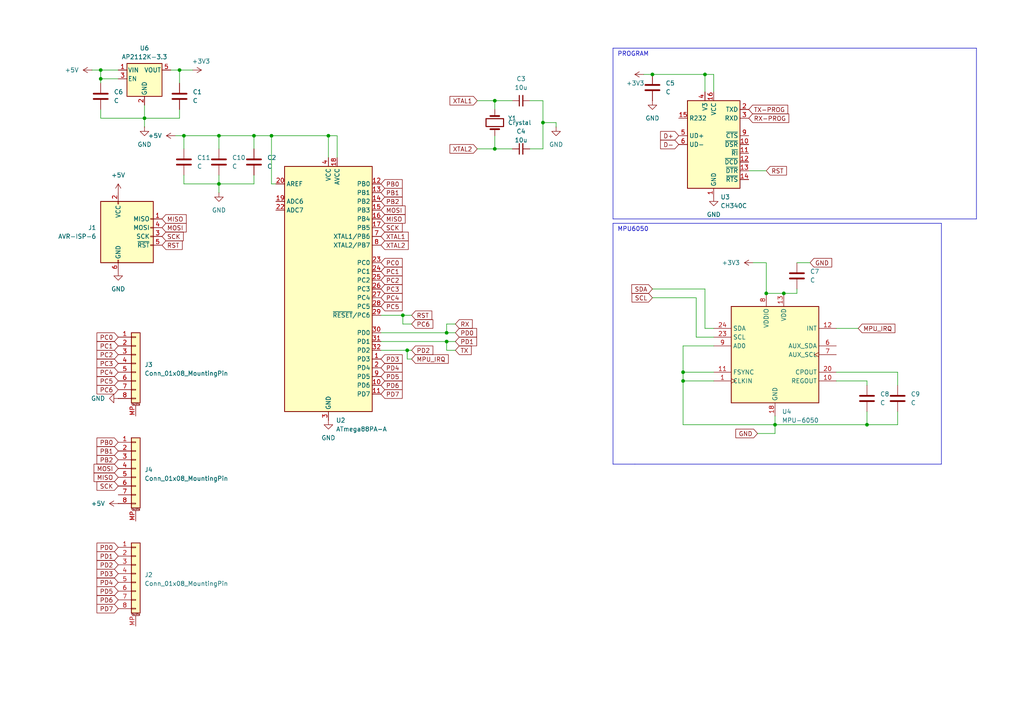
<source format=kicad_sch>
(kicad_sch (version 20231120) (generator "eeschema") (generator_version "8.0")
  (paper "A4")
  (lib_symbols
    (symbol "Connector:AVR-ISP-6" (pin_names (offset 1.016))
      (property "Reference" "J" (at -6.35 11.43 0))
      (property "Value" "AVR-ISP-6" (at 0 11.43 0))
      (symbol "AVR-ISP-6_0_1"
        (rectangle (start -2.667 -6.858) (end -2.413 -7.62))
        (rectangle (start -2.667 10.16) (end -2.413 9.398))
        (rectangle (start 7.62 -2.413) (end 6.858 -2.667))
        (rectangle (start 7.62 0.127) (end 6.858 -0.127))
        (rectangle (start 7.62 2.667) (end 6.858 2.413))
        (rectangle (start 7.62 5.207) (end 6.858 4.953))
        (rectangle (start 7.62 10.16) (end -7.62 -7.62) (stroke (width 0.254)) (fill (type background)))
      )
      (symbol "AVR-ISP-6_1_1"
        (pin passive line (at 10.16 5.08 180) (length 2.54) (name "MISO") (number "1"))
        (pin passive line (at -2.54 12.7 270) (length 2.54) (name "VCC") (number "2"))
        (pin passive line (at 10.16 0 180) (length 2.54) (name "SCK") (number "3"))
        (pin passive line (at 10.16 2.54 180) (length 2.54) (name "MOSI") (number "4"))
        (pin passive line (at 10.16 -2.54 180) (length 2.54) (name "~{RST}") (number "5"))
        (pin passive line (at -2.54 -10.16 90) (length 2.54) (name "GND") (number "6"))
      )
    )
    (symbol "Connector_Generic_MountingPin:Conn_01x08_MountingPin" (pin_names (offset 1.016) hide)
      (property "Reference" "J" (at 0 10.16 0))
      (property "Value" "Conn_01x08_MountingPin" (at 1.27 -12.7 0))
      (symbol "Conn_01x08_MountingPin_1_1"
        (rectangle (start -1.27 -10.033) (end 0 -10.287) (stroke (width 0.1524)))
        (rectangle (start -1.27 -7.493) (end 0 -7.747) (stroke (width 0.1524)))
        (rectangle (start -1.27 -4.953) (end 0 -5.207) (stroke (width 0.1524)))
        (rectangle (start -1.27 -2.413) (end 0 -2.667) (stroke (width 0.1524)))
        (rectangle (start -1.27 0.127) (end 0 -0.127) (stroke (width 0.1524)))
        (rectangle (start -1.27 2.667) (end 0 2.413) (stroke (width 0.1524)))
        (rectangle (start -1.27 5.207) (end 0 4.953) (stroke (width 0.1524)))
        (rectangle (start -1.27 7.747) (end 0 7.493) (stroke (width 0.1524)))
        (rectangle (start -1.27 8.89) (end 1.27 -11.43) (stroke (width 0.254)) (fill (type background)))
        (polyline (pts (xy -1.016 -12.192) (xy 1.016 -12.192)) (stroke (width 0.1524)))
        (text "Mounting" (at 0 -11.811 0) (effects (font (size 0.381 0.381))))
        (pin passive line (at -5.08 7.62 0) (length 3.81) (name "Pin_1") (number "1"))
        (pin passive line (at -5.08 5.08 0) (length 3.81) (name "Pin_2") (number "2"))
        (pin passive line (at -5.08 2.54 0) (length 3.81) (name "Pin_3") (number "3"))
        (pin passive line (at -5.08 0 0) (length 3.81) (name "Pin_4") (number "4"))
        (pin passive line (at -5.08 -2.54 0) (length 3.81) (name "Pin_5") (number "5"))
        (pin passive line (at -5.08 -5.08 0) (length 3.81) (name "Pin_6") (number "6"))
        (pin passive line (at -5.08 -7.62 0) (length 3.81) (name "Pin_7") (number "7"))
        (pin passive line (at -5.08 -10.16 0) (length 3.81) (name "Pin_8") (number "8"))
        (pin passive line (at 0 -15.24 90) (length 3.048) (name "MountPin") (number "MP"))
      )
    )
    (symbol "Device:C" (pin_numbers hide) (pin_names (offset 0.254))
      (property "Reference" "C" (at 0.635 2.54 0))
      (property "Value" "C" (at 0.635 -2.54 0))
      (symbol "C_0_1"
        (polyline (pts (xy -2.032 -0.762) (xy 2.032 -0.762)) (stroke (width 0.508)))
        (polyline (pts (xy -2.032 0.762) (xy 2.032 0.762)) (stroke (width 0.508)))
      )
      (symbol "C_1_1"
        (pin passive line (at 0 3.81 270) (length 2.794) (name "~") (number "1"))
        (pin passive line (at 0 -3.81 90) (length 2.794) (name "~") (number "2"))
      )
    )
    (symbol "Device:C_Small" (pin_numbers hide) (pin_names (offset 0.254) hide)
      (property "Reference" "C" (at 0.254 1.778 0))
      (property "Value" "C_Small" (at 0.254 -2.032 0))
      (symbol "C_Small_0_1"
        (polyline (pts (xy -1.524 -0.508) (xy 1.524 -0.508)) (stroke (width 0.3302)))
        (polyline (pts (xy -1.524 0.508) (xy 1.524 0.508)) (stroke (width 0.3048)))
      )
      (symbol "C_Small_1_1"
        (pin passive line (at 0 2.54 270) (length 2.032) (name "~") (number "1"))
        (pin passive line (at 0 -2.54 90) (length 2.032) (name "~") (number "2"))
      )
    )
    (symbol "Device:Crystal" (pin_numbers hide) (pin_names (offset 1.016) hide)
      (property "Reference" "Y" (at 0 3.81 0))
      (property "Value" "Crystal" (at 0 -3.81 0))
      (symbol "Crystal_0_1"
        (rectangle (start -1.143 2.54) (end 1.143 -2.54) (stroke (width 0.3048)))
        (polyline (pts (xy -2.54 0) (xy -1.905 0)))
        (polyline (pts (xy -1.905 -1.27) (xy -1.905 1.27)) (stroke (width 0.508)))
        (polyline (pts (xy 1.905 -1.27) (xy 1.905 1.27)) (stroke (width 0.508)))
        (polyline (pts (xy 2.54 0) (xy 1.905 0)))
      )
      (symbol "Crystal_1_1"
        (pin passive line (at -3.81 0 0) (length 1.27) (name "1") (number "1"))
        (pin passive line (at 3.81 0 180) (length 1.27) (name "2") (number "2"))
      )
    )
    (symbol "Interface_USB:CH340C"
      (property "Reference" "U" (at -5.08 13.97 0))
      (property "Value" "CH340C" (at 1.27 13.97 0))
      (symbol "CH340C_0_1"
        (rectangle (start -7.62 12.7) (end 7.62 -12.7) (stroke (width 0.254)) (fill (type background)))
      )
      (symbol "CH340C_1_1"
        (pin power_in line (at 0 -15.24 90) (length 2.54) (name "GND") (number "1"))
        (pin input line (at 10.16 0 180) (length 2.54) (name "~{DSR}") (number "10"))
        (pin input line (at 10.16 -2.54 180) (length 2.54) (name "~{RI}") (number "11"))
        (pin input line (at 10.16 -5.08 180) (length 2.54) (name "~{DCD}") (number "12"))
        (pin output line (at 10.16 -7.62 180) (length 2.54) (name "~{DTR}") (number "13"))
        (pin output line (at 10.16 -10.16 180) (length 2.54) (name "~{RTS}") (number "14"))
        (pin input line (at -10.16 7.62 0) (length 2.54) (name "R232") (number "15"))
        (pin power_in line (at 0 15.24 270) (length 2.54) (name "VCC") (number "16"))
        (pin output line (at 10.16 10.16 180) (length 2.54) (name "TXD") (number "2"))
        (pin input line (at 10.16 7.62 180) (length 2.54) (name "RXD") (number "3"))
        (pin passive line (at -2.54 15.24 270) (length 2.54) (name "V3") (number "4"))
        (pin bidirectional line (at -10.16 2.54 0) (length 2.54) (name "UD+") (number "5"))
        (pin bidirectional line (at -10.16 0 0) (length 2.54) (name "UD-") (number "6"))
        (pin no_connect line (at -7.62 -7.62 0) (length 2.54) hide (name "NC") (number "7"))
        (pin no_connect line (at -7.62 -10.16 0) (length 2.54) hide (name "NC") (number "8"))
        (pin input line (at 10.16 2.54 180) (length 2.54) (name "~{CTS}") (number "9"))
      )
    )
    (symbol "MCU_Microchip_ATmega:ATmega88PA-A"
      (property "Reference" "U" (at -12.7 36.83 0))
      (property "Value" "ATmega88PA-A" (at 2.54 -36.83 0))
      (symbol "ATmega88PA-A_0_1"
        (rectangle (start -12.7 -35.56) (end 12.7 35.56) (stroke (width 0.254)) (fill (type background)))
      )
      (symbol "ATmega88PA-A_1_1"
        (pin bidirectional line (at 15.24 -20.32 180) (length 2.54) (name "PD3") (number "1"))
        (pin bidirectional line (at 15.24 -27.94 180) (length 2.54) (name "PD6") (number "10"))
        (pin bidirectional line (at 15.24 -30.48 180) (length 2.54) (name "PD7") (number "11"))
        (pin bidirectional line (at 15.24 30.48 180) (length 2.54) (name "PB0") (number "12"))
        (pin bidirectional line (at 15.24 27.94 180) (length 2.54) (name "PB1") (number "13"))
        (pin bidirectional line (at 15.24 25.4 180) (length 2.54) (name "PB2") (number "14"))
        (pin bidirectional line (at 15.24 22.86 180) (length 2.54) (name "PB3") (number "15"))
        (pin bidirectional line (at 15.24 20.32 180) (length 2.54) (name "PB4") (number "16"))
        (pin bidirectional line (at 15.24 17.78 180) (length 2.54) (name "PB5") (number "17"))
        (pin power_in line (at 2.54 38.1 270) (length 2.54) (name "AVCC") (number "18"))
        (pin input line (at -15.24 25.4 0) (length 2.54) (name "ADC6") (number "19"))
        (pin bidirectional line (at 15.24 -22.86 180) (length 2.54) (name "PD4") (number "2"))
        (pin passive line (at -15.24 30.48 0) (length 2.54) (name "AREF") (number "20"))
        (pin passive line (at 0 -38.1 90) (length 2.54) hide (name "GND") (number "21"))
        (pin input line (at -15.24 22.86 0) (length 2.54) (name "ADC7") (number "22"))
        (pin bidirectional line (at 15.24 7.62 180) (length 2.54) (name "PC0") (number "23"))
        (pin bidirectional line (at 15.24 5.08 180) (length 2.54) (name "PC1") (number "24"))
        (pin bidirectional line (at 15.24 2.54 180) (length 2.54) (name "PC2") (number "25"))
        (pin bidirectional line (at 15.24 0 180) (length 2.54) (name "PC3") (number "26"))
        (pin bidirectional line (at 15.24 -2.54 180) (length 2.54) (name "PC4") (number "27"))
        (pin bidirectional line (at 15.24 -5.08 180) (length 2.54) (name "PC5") (number "28"))
        (pin bidirectional line (at 15.24 -7.62 180) (length 2.54) (name "~{RESET}/PC6") (number "29"))
        (pin power_in line (at 0 -38.1 90) (length 2.54) (name "GND") (number "3"))
        (pin bidirectional line (at 15.24 -12.7 180) (length 2.54) (name "PD0") (number "30"))
        (pin bidirectional line (at 15.24 -15.24 180) (length 2.54) (name "PD1") (number "31"))
        (pin bidirectional line (at 15.24 -17.78 180) (length 2.54) (name "PD2") (number "32"))
        (pin power_in line (at 0 38.1 270) (length 2.54) (name "VCC") (number "4"))
        (pin passive line (at 0 -38.1 90) (length 2.54) hide (name "GND") (number "5"))
        (pin passive line (at 0 38.1 270) (length 2.54) hide (name "VCC") (number "6"))
        (pin bidirectional line (at 15.24 15.24 180) (length 2.54) (name "XTAL1/PB6") (number "7"))
        (pin bidirectional line (at 15.24 12.7 180) (length 2.54) (name "XTAL2/PB7") (number "8"))
        (pin bidirectional line (at 15.24 -25.4 180) (length 2.54) (name "PD5") (number "9"))
      )
    )
    (symbol "Regulator_Linear:AP2112K-3.3" (pin_names (offset 0.254))
      (property "Reference" "U" (at -5.08 5.715 0))
      (property "Value" "AP2112K-3.3" (at 0 5.715 0))
      (symbol "AP2112K-3.3_0_1"
        (rectangle (start -5.08 4.445) (end 5.08 -5.08) (stroke (width 0.254)) (fill (type background)))
      )
      (symbol "AP2112K-3.3_1_1"
        (pin power_in line (at -7.62 2.54 0) (length 2.54) (name "VIN") (number "1"))
        (pin power_in line (at 0 -7.62 90) (length 2.54) (name "GND") (number "2"))
        (pin input line (at -7.62 0 0) (length 2.54) (name "EN") (number "3"))
        (pin no_connect line (at 5.08 0 180) (length 2.54) hide (name "NC") (number "4"))
        (pin power_out line (at 7.62 2.54 180) (length 2.54) (name "VOUT") (number "5"))
      )
    )
    (symbol "Sensor_Motion:MPU-6050"
      (property "Reference" "U" (at -11.43 13.97 0))
      (property "Value" "MPU-6050" (at 7.62 -15.24 0))
      (symbol "MPU-6050_0_0"
        (text "" (at 12.7 -2.54 0) (effects (font (size 1.27 1.27))))
      )
      (symbol "MPU-6050_0_1"
        (rectangle (start -12.7 13.97) (end 12.7 -13.97) (stroke (width 0.254)) (fill (type background)))
      )
      (symbol "MPU-6050_1_1"
        (pin input clock (at -17.78 -7.62 0) (length 5.08) (name "CLKIN") (number "1"))
        (pin passive line (at 17.78 -7.62 180) (length 5.08) (name "REGOUT") (number "10"))
        (pin input line (at -17.78 -5.08 0) (length 5.08) (name "FSYNC") (number "11"))
        (pin output line (at 17.78 7.62 180) (length 5.08) (name "INT") (number "12"))
        (pin power_in line (at 2.54 17.78 270) (length 3.81) (name "VDD") (number "13"))
        (pin no_connect line (at -12.7 -10.16 0) (length 2.54) hide (name "NC") (number "14"))
        (pin no_connect line (at 12.7 12.7 180) (length 2.54) hide (name "NC") (number "15"))
        (pin no_connect line (at 12.7 10.16 180) (length 2.54) hide (name "NC") (number "16"))
        (pin no_connect line (at 12.7 5.08 180) (length 2.54) hide (name "NC") (number "17"))
        (pin power_in line (at 0 -17.78 90) (length 3.81) (name "GND") (number "18"))
        (pin no_connect line (at 12.7 -10.16 180) (length 2.54) hide (name "NC") (number "19"))
        (pin no_connect line (at -12.7 12.7 0) (length 2.54) hide (name "NC") (number "2"))
        (pin passive line (at 17.78 -5.08 180) (length 5.08) (name "CPOUT") (number "20"))
        (pin no_connect line (at 12.7 -2.54 180) (length 2.54) hide (name "NC") (number "21"))
        (pin no_connect line (at 12.7 -12.7 180) (length 2.54) hide (name "NC") (number "22"))
        (pin input line (at -17.78 5.08 0) (length 5.08) (name "SCL") (number "23"))
        (pin bidirectional line (at -17.78 7.62 0) (length 5.08) (name "SDA") (number "24"))
        (pin no_connect line (at -12.7 10.16 0) (length 2.54) hide (name "NC") (number "3"))
        (pin no_connect line (at -12.7 0 0) (length 2.54) hide (name "NC") (number "4"))
        (pin no_connect line (at -12.7 -2.54 0) (length 2.54) hide (name "NC") (number "5"))
        (pin bidirectional line (at 17.78 2.54 180) (length 5.08) (name "AUX_SDA") (number "6"))
        (pin output clock (at 17.78 0 180) (length 5.08) (name "AUX_SCL") (number "7"))
        (pin power_in line (at -2.54 17.78 270) (length 3.81) (name "VDDIO") (number "8"))
        (pin input line (at -17.78 2.54 0) (length 5.08) (name "AD0") (number "9"))
      )
    )
    (symbol "power:+3V3" (power) (pin_names (offset 0))
      (property "Value" "+3V3" (at 0 3.556 0))
      (symbol "+3V3_0_1"
        (polyline (pts (xy -0.762 1.27) (xy 0 2.54)))
        (polyline (pts (xy 0 0) (xy 0 2.54)))
        (polyline (pts (xy 0 2.54) (xy 0.762 1.27)))
      )
      (symbol "+3V3_1_1"
        (pin power_in line (at 0 0 90) (length 0) hide (name "+3V3") (number "1"))
      )
    )
    (symbol "power:+5V" (power) (pin_numbers hide) (pin_names (offset 0) hide)
      (property "Value" "+5V" (at 0 3.556 0))
      (symbol "+5V_0_1"
        (polyline (pts (xy -0.762 1.27) (xy 0 2.54)))
        (polyline (pts (xy 0 0) (xy 0 2.54)))
        (polyline (pts (xy 0 2.54) (xy 0.762 1.27)))
      )
      (symbol "+5V_1_1"
        (pin power_in line (at 0 0 90) (length 0) (name "~") (number "1"))
      )
    )
    (symbol "power:GND" (power) (pin_numbers hide) (pin_names (offset 0) hide)
      (property "Value" "GND" (at 0 -3.81 0))
      (symbol "GND_0_1"
        (polyline (pts (xy 0 0) (xy 0 -1.27) (xy 1.27 -1.27) (xy 0 -2.54) (xy -1.27 -1.27) (xy 0 -1.27)))
      )
      (symbol "GND_1_1"
        (pin power_in line (at 0 0 270) (length 0) (name "~") (number "1"))
      )
    )
  )
  (junction (at 129.54 96.52))
  (junction (at 95.25 39.37))
  (junction (at 227.33 85.09))
  (junction (at 53.34 39.37))
  (junction (at 73.66 39.37))
  (junction (at 143.51 29.21))
  (junction (at 29.21 20.32))
  (junction (at 52.07 20.32))
  (junction (at 198.12 107.95))
  (junction (at 63.5 39.37))
  (junction (at 118.11 101.6))
  (junction (at 78.74 39.37))
  (junction (at 157.48 35.56))
  (junction (at 129.54 99.06))
  (junction (at 204.47 21.59))
  (junction (at 222.25 85.09))
  (junction (at 224.79 123.19))
  (junction (at 143.51 43.18))
  (junction (at 251.46 123.19))
  (junction (at 29.21 22.86))
  (junction (at 189.23 21.59))
  (junction (at 63.5 53.34))
  (junction (at 198.12 110.49))
  (junction (at 41.91 34.29))
  (junction (at 116.84 91.44))
  (wire (pts (xy 161.29 35.56) (xy 161.29 36.83)))
  (wire (pts (xy 231.14 76.2) (xy 234.95 76.2)))
  (wire (pts (xy 29.21 20.32) (xy 34.29 20.32)))
  (wire (pts (xy 219.71 125.73) (xy 224.79 125.73)))
  (wire (pts (xy 153.67 29.21) (xy 157.48 29.21)))
  (wire (pts (xy 189.23 83.82) (xy 204.47 83.82)))
  (wire (pts (xy 78.74 39.37) (xy 78.74 53.34)))
  (polyline (pts (xy 283.21 63.5) (xy 283.21 13.97)))
  (wire (pts (xy 198.12 110.49) (xy 207.01 110.49)))
  (polyline (pts (xy 273.05 134.62) (xy 273.05 64.77)))
  (wire (pts (xy 41.91 34.29) (xy 52.07 34.29)))
  (wire (pts (xy 95.25 39.37) (xy 97.79 39.37)))
  (wire (pts (xy 29.21 20.32) (xy 29.21 22.86)))
  (wire (pts (xy 157.48 35.56) (xy 161.29 35.56)))
  (wire (pts (xy 207.01 26.67) (xy 207.01 21.59)))
  (wire (pts (xy 242.57 110.49) (xy 251.46 110.49)))
  (wire (pts (xy 198.12 107.95) (xy 207.01 107.95)))
  (wire (pts (xy 198.12 107.95) (xy 198.12 110.49)))
  (polyline (pts (xy 177.8 64.77) (xy 177.8 134.62)))
  (wire (pts (xy 157.48 43.18) (xy 153.67 43.18)))
  (wire (pts (xy 138.43 43.18) (xy 143.51 43.18)))
  (wire (pts (xy 227.33 85.09) (xy 231.14 85.09)))
  (wire (pts (xy 49.53 20.32) (xy 52.07 20.32)))
  (wire (pts (xy 143.51 31.75) (xy 143.51 29.21)))
  (wire (pts (xy 116.84 91.44) (xy 116.84 93.98)))
  (wire (pts (xy 157.48 29.21) (xy 157.48 35.56)))
  (wire (pts (xy 52.07 20.32) (xy 52.07 24.13)))
  (wire (pts (xy 224.79 123.19) (xy 224.79 125.73)))
  (wire (pts (xy 207.01 97.79) (xy 201.93 97.79)))
  (polyline (pts (xy 273.05 64.77) (xy 177.8 64.77)))
  (wire (pts (xy 41.91 34.29) (xy 41.91 36.83)))
  (wire (pts (xy 204.47 95.25) (xy 207.01 95.25)))
  (wire (pts (xy 26.67 20.32) (xy 29.21 20.32)))
  (wire (pts (xy 222.25 85.09) (xy 227.33 85.09)))
  (wire (pts (xy 189.23 21.59) (xy 204.47 21.59)))
  (wire (pts (xy 201.93 97.79) (xy 201.93 86.36)))
  (polyline (pts (xy 177.8 13.97) (xy 177.8 63.5)))
  (wire (pts (xy 73.66 50.8) (xy 73.66 53.34)))
  (wire (pts (xy 118.11 104.14) (xy 119.38 104.14)))
  (wire (pts (xy 222.25 85.09) (xy 222.25 76.2)))
  (wire (pts (xy 118.11 101.6) (xy 110.49 101.6)))
  (wire (pts (xy 63.5 39.37) (xy 63.5 43.18)))
  (wire (pts (xy 207.01 100.33) (xy 198.12 100.33)))
  (wire (pts (xy 118.11 101.6) (xy 118.11 104.14)))
  (wire (pts (xy 132.08 99.06) (xy 129.54 99.06)))
  (wire (pts (xy 78.74 53.34) (xy 80.01 53.34)))
  (wire (pts (xy 50.8 39.37) (xy 53.34 39.37)))
  (wire (pts (xy 224.79 120.65) (xy 224.79 123.19)))
  (wire (pts (xy 53.34 39.37) (xy 53.34 43.18)))
  (wire (pts (xy 52.07 31.75) (xy 52.07 34.29)))
  (polyline (pts (xy 283.21 13.97) (xy 177.8 13.97)))
  (polyline (pts (xy 177.8 134.62) (xy 184.15 134.62)))
  (wire (pts (xy 129.54 99.06) (xy 110.49 99.06)))
  (wire (pts (xy 242.57 95.25) (xy 248.92 95.25)))
  (wire (pts (xy 129.54 99.06) (xy 129.54 101.6)))
  (wire (pts (xy 157.48 35.56) (xy 157.48 43.18)))
  (wire (pts (xy 97.79 39.37) (xy 97.79 45.72)))
  (wire (pts (xy 260.35 123.19) (xy 251.46 123.19)))
  (wire (pts (xy 231.14 85.09) (xy 231.14 83.82)))
  (wire (pts (xy 95.25 39.37) (xy 95.25 45.72)))
  (wire (pts (xy 29.21 22.86) (xy 29.21 24.13)))
  (wire (pts (xy 116.84 91.44) (xy 110.49 91.44)))
  (wire (pts (xy 129.54 101.6) (xy 132.08 101.6)))
  (wire (pts (xy 29.21 31.75) (xy 29.21 34.29)))
  (wire (pts (xy 63.5 53.34) (xy 73.66 53.34)))
  (polyline (pts (xy 177.8 63.5) (xy 283.21 63.5)))
  (wire (pts (xy 260.35 119.38) (xy 260.35 123.19)))
  (wire (pts (xy 218.44 76.2) (xy 222.25 76.2)))
  (wire (pts (xy 132.08 96.52) (xy 129.54 96.52)))
  (wire (pts (xy 217.17 49.53) (xy 222.25 49.53)))
  (wire (pts (xy 186.69 21.59) (xy 189.23 21.59)))
  (wire (pts (xy 29.21 34.29) (xy 41.91 34.29)))
  (wire (pts (xy 198.12 100.33) (xy 198.12 107.95)))
  (wire (pts (xy 53.34 50.8) (xy 53.34 53.34)))
  (wire (pts (xy 78.74 39.37) (xy 95.25 39.37)))
  (wire (pts (xy 242.57 107.95) (xy 260.35 107.95)))
  (wire (pts (xy 207.01 21.59) (xy 204.47 21.59)))
  (wire (pts (xy 198.12 123.19) (xy 224.79 123.19)))
  (wire (pts (xy 129.54 93.98) (xy 132.08 93.98)))
  (wire (pts (xy 189.23 86.36) (xy 201.93 86.36)))
  (wire (pts (xy 73.66 39.37) (xy 78.74 39.37)))
  (wire (pts (xy 148.59 43.18) (xy 143.51 43.18)))
  (wire (pts (xy 204.47 26.67) (xy 204.47 21.59)))
  (wire (pts (xy 63.5 50.8) (xy 63.5 53.34)))
  (wire (pts (xy 119.38 91.44) (xy 116.84 91.44)))
  (wire (pts (xy 143.51 43.18) (xy 143.51 39.37)))
  (wire (pts (xy 41.91 30.48) (xy 41.91 34.29)))
  (wire (pts (xy 53.34 39.37) (xy 63.5 39.37)))
  (wire (pts (xy 143.51 29.21) (xy 148.59 29.21)))
  (wire (pts (xy 73.66 39.37) (xy 73.66 43.18)))
  (wire (pts (xy 138.43 29.21) (xy 143.51 29.21)))
  (wire (pts (xy 198.12 110.49) (xy 198.12 123.19)))
  (wire (pts (xy 116.84 93.98) (xy 119.38 93.98)))
  (wire (pts (xy 129.54 96.52) (xy 110.49 96.52)))
  (wire (pts (xy 204.47 95.25) (xy 204.47 83.82)))
  (polyline (pts (xy 184.15 134.62) (xy 273.05 134.62)))
  (wire (pts (xy 119.38 101.6) (xy 118.11 101.6)))
  (wire (pts (xy 129.54 93.98) (xy 129.54 96.52)))
  (wire (pts (xy 63.5 39.37) (xy 73.66 39.37)))
  (wire (pts (xy 251.46 110.49) (xy 251.46 111.76)))
  (wire (pts (xy 260.35 107.95) (xy 260.35 111.76)))
  (wire (pts (xy 53.34 53.34) (xy 63.5 53.34)))
  (wire (pts (xy 29.21 22.86) (xy 34.29 22.86)))
  (wire (pts (xy 251.46 119.38) (xy 251.46 123.19)))
  (wire (pts (xy 251.46 123.19) (xy 224.79 123.19)))
  (wire (pts (xy 52.07 20.32) (xy 55.88 20.32)))
  (wire (pts (xy 63.5 53.34) (xy 63.5 55.88)))
  (text "MPU6050\n" (at 179.07 67.31 0) (effects (font (size 1.27 1.27)) (justify left bottom)))
  (text "PROGRAM" (at 179.07 16.51 0) (effects (font (size 1.27 1.27)) (justify left bottom)))
  (global_label "PD7" (shape input) (at 110.49 114.3 0) (property "Intersheetrefs" "${INTERSHEET_REFS}" (effects (hide yes))))
  (global_label "PD0" (shape input) (at 132.08 96.52 0) (property "Intersheetrefs" "${INTERSHEET_REFS}" (effects (hide yes))))
  (global_label "PD4" (shape input) (at 34.29 168.91 180) (property "Intersheetrefs" "${INTERSHEET_REFS}" (effects (hide yes))))
  (global_label "TX-PROG" (shape input) (at 217.17 31.75 0) (property "Intersheetrefs" "${INTERSHEET_REFS}" (effects (hide yes))))
  (global_label "GND" (shape input) (at 219.71 125.73 180) (property "Intersheetrefs" "${INTERSHEET_REFS}" (effects (hide yes))))
  (global_label "PC1" (shape input) (at 110.49 78.74 0) (property "Intersheetrefs" "${INTERSHEET_REFS}" (effects (hide yes))))
  (global_label "D-" (shape input) (at 196.85 41.91 180) (property "Intersheetrefs" "${INTERSHEET_REFS}" (effects (hide yes))))
  (global_label "PC2" (shape input) (at 34.29 102.87 180) (property "Intersheetrefs" "${INTERSHEET_REFS}" (effects (hide yes))))
  (global_label "TX" (shape input) (at 132.08 101.6 0) (property "Intersheetrefs" "${INTERSHEET_REFS}" (effects (hide yes))))
  (global_label "PC6" (shape input) (at 119.38 93.98 0) (property "Intersheetrefs" "${INTERSHEET_REFS}" (effects (hide yes))))
  (global_label "PB2" (shape input) (at 34.29 133.35 180) (property "Intersheetrefs" "${INTERSHEET_REFS}" (effects (hide yes))))
  (global_label "PC4" (shape input) (at 34.29 107.95 180) (property "Intersheetrefs" "${INTERSHEET_REFS}" (effects (hide yes))))
  (global_label "PD3" (shape input) (at 110.49 104.14 0) (property "Intersheetrefs" "${INTERSHEET_REFS}" (effects (hide yes))))
  (global_label "PC2" (shape input) (at 110.49 81.28 0) (property "Intersheetrefs" "${INTERSHEET_REFS}" (effects (hide yes))))
  (global_label "SCK" (shape input) (at 34.29 140.97 180) (property "Intersheetrefs" "${INTERSHEET_REFS}" (effects (hide yes))))
  (global_label "MOSI" (shape input) (at 110.49 60.96 0) (property "Intersheetrefs" "${INTERSHEET_REFS}" (effects (hide yes))))
  (global_label "PC6" (shape input) (at 34.29 113.03 180) (property "Intersheetrefs" "${INTERSHEET_REFS}" (effects (hide yes))))
  (global_label "PC5" (shape input) (at 110.49 88.9 0) (property "Intersheetrefs" "${INTERSHEET_REFS}" (effects (hide yes))))
  (global_label "SCL" (shape input) (at 189.23 86.36 180) (property "Intersheetrefs" "${INTERSHEET_REFS}" (effects (hide yes))))
  (global_label "PB0" (shape input) (at 34.29 128.27 180) (property "Intersheetrefs" "${INTERSHEET_REFS}" (effects (hide yes))))
  (global_label "PD6" (shape input) (at 34.29 173.99 180) (property "Intersheetrefs" "${INTERSHEET_REFS}" (effects (hide yes))))
  (global_label "PD4" (shape input) (at 110.49 106.68 0) (property "Intersheetrefs" "${INTERSHEET_REFS}" (effects (hide yes))))
  (global_label "MPU_IRQ" (shape input) (at 119.38 104.14 0) (property "Intersheetrefs" "${INTERSHEET_REFS}" (effects (hide yes))))
  (global_label "PC1" (shape input) (at 34.29 100.33 180) (property "Intersheetrefs" "${INTERSHEET_REFS}" (effects (hide yes))))
  (global_label "PD1" (shape input) (at 132.08 99.06 0) (property "Intersheetrefs" "${INTERSHEET_REFS}" (effects (hide yes))))
  (global_label "SDA" (shape input) (at 189.23 83.82 180) (property "Intersheetrefs" "${INTERSHEET_REFS}" (effects (hide yes))))
  (global_label "PD1" (shape input) (at 34.29 161.29 180) (property "Intersheetrefs" "${INTERSHEET_REFS}" (effects (hide yes))))
  (global_label "RX" (shape input) (at 132.08 93.98 0) (property "Intersheetrefs" "${INTERSHEET_REFS}" (effects (hide yes))))
  (global_label "MOSI" (shape input) (at 46.99 66.04 0) (property "Intersheetrefs" "${INTERSHEET_REFS}" (effects (hide yes))))
  (global_label "PC0" (shape input) (at 110.49 76.2 0) (property "Intersheetrefs" "${INTERSHEET_REFS}" (effects (hide yes))))
  (global_label "PC5" (shape input) (at 34.29 110.49 180) (property "Intersheetrefs" "${INTERSHEET_REFS}" (effects (hide yes))))
  (global_label "SCK" (shape input) (at 46.99 68.58 0) (property "Intersheetrefs" "${INTERSHEET_REFS}" (effects (hide yes))))
  (global_label "PD0" (shape input) (at 34.29 158.75 180) (property "Intersheetrefs" "${INTERSHEET_REFS}" (effects (hide yes))))
  (global_label "MPU_IRQ" (shape input) (at 248.92 95.25 0) (property "Intersheetrefs" "${INTERSHEET_REFS}" (effects (hide yes))))
  (global_label "RST" (shape input) (at 222.25 49.53 0) (property "Intersheetrefs" "${INTERSHEET_REFS}" (effects (hide yes))))
  (global_label "PD2" (shape input) (at 119.38 101.6 0) (property "Intersheetrefs" "${INTERSHEET_REFS}" (effects (hide yes))))
  (global_label "RST" (shape input) (at 46.99 71.12 0) (property "Intersheetrefs" "${INTERSHEET_REFS}" (effects (hide yes))))
  (global_label "MISO" (shape input) (at 34.29 138.43 180) (property "Intersheetrefs" "${INTERSHEET_REFS}" (effects (hide yes))))
  (global_label "PC4" (shape input) (at 110.49 86.36 0) (property "Intersheetrefs" "${INTERSHEET_REFS}" (effects (hide yes))))
  (global_label "PD6" (shape input) (at 110.49 111.76 0) (property "Intersheetrefs" "${INTERSHEET_REFS}" (effects (hide yes))))
  (global_label "PD2" (shape input) (at 34.29 163.83 180) (property "Intersheetrefs" "${INTERSHEET_REFS}" (effects (hide yes))))
  (global_label "PB1" (shape input) (at 34.29 130.81 180) (property "Intersheetrefs" "${INTERSHEET_REFS}" (effects (hide yes))))
  (global_label "PB1" (shape input) (at 110.49 55.88 0) (property "Intersheetrefs" "${INTERSHEET_REFS}" (effects (hide yes))))
  (global_label "PD5" (shape input) (at 110.49 109.22 0) (property "Intersheetrefs" "${INTERSHEET_REFS}" (effects (hide yes))))
  (global_label "PC0" (shape input) (at 34.29 97.79 180) (property "Intersheetrefs" "${INTERSHEET_REFS}" (effects (hide yes))))
  (global_label "GND" (shape input) (at 234.95 76.2 0) (property "Intersheetrefs" "${INTERSHEET_REFS}" (effects (hide yes))))
  (global_label "MISO" (shape input) (at 46.99 63.5 0) (property "Intersheetrefs" "${INTERSHEET_REFS}" (effects (hide yes))))
  (global_label "PC3" (shape input) (at 110.49 83.82 0) (property "Intersheetrefs" "${INTERSHEET_REFS}" (effects (hide yes))))
  (global_label "XTAL2" (shape input) (at 138.43 43.18 180) (property "Intersheetrefs" "${INTERSHEET_REFS}" (effects (hide yes))))
  (global_label "PD3" (shape input) (at 34.29 166.37 180) (property "Intersheetrefs" "${INTERSHEET_REFS}" (effects (hide yes))))
  (global_label "PB0" (shape input) (at 110.49 53.34 0) (property "Intersheetrefs" "${INTERSHEET_REFS}" (effects (hide yes))))
  (global_label "MOSI" (shape input) (at 34.29 135.89 180) (property "Intersheetrefs" "${INTERSHEET_REFS}" (effects (hide yes))))
  (global_label "RST" (shape input) (at 119.38 91.44 0) (property "Intersheetrefs" "${INTERSHEET_REFS}" (effects (hide yes))))
  (global_label "XTAL1" (shape input) (at 138.43 29.21 180) (property "Intersheetrefs" "${INTERSHEET_REFS}" (effects (hide yes))))
  (global_label "D+" (shape input) (at 196.85 39.37 180) (property "Intersheetrefs" "${INTERSHEET_REFS}" (effects (hide yes))))
  (global_label "PB2" (shape input) (at 110.49 58.42 0) (property "Intersheetrefs" "${INTERSHEET_REFS}" (effects (hide yes))))
  (global_label "RX-PROG" (shape input) (at 217.17 34.29 0) (property "Intersheetrefs" "${INTERSHEET_REFS}" (effects (hide yes))))
  (global_label "XTAL1" (shape input) (at 110.49 68.58 0) (property "Intersheetrefs" "${INTERSHEET_REFS}" (effects (hide yes))))
  (global_label "SCK" (shape input) (at 110.49 66.04 0) (property "Intersheetrefs" "${INTERSHEET_REFS}" (effects (hide yes))))
  (global_label "MISO" (shape input) (at 110.49 63.5 0) (property "Intersheetrefs" "${INTERSHEET_REFS}" (effects (hide yes))))
  (global_label "PC3" (shape input) (at 34.29 105.41 180) (property "Intersheetrefs" "${INTERSHEET_REFS}" (effects (hide yes))))
  (global_label "PD7" (shape input) (at 34.29 176.53 180) (property "Intersheetrefs" "${INTERSHEET_REFS}" (effects (hide yes))))
  (global_label "PD5" (shape input) (at 34.29 171.45 180) (property "Intersheetrefs" "${INTERSHEET_REFS}" (effects (hide yes))))
  (global_label "XTAL2" (shape input) (at 110.49 71.12 0) (property "Intersheetrefs" "${INTERSHEET_REFS}" (effects (hide yes))))
  (symbol (lib_id "Connector_Generic_MountingPin:Conn_01x08_MountingPin") (at 39.37 135.89 0) (unit 1)
    (property "Reference" "J4" (at 41.91 136.2455 0) (effects (justify left)))
    (property "Value" "Conn_01x08_MountingPin" (at 41.91 138.7855 0) (effects (justify left)))
    (property "Footprint" "Connector_PinHeader_2.54mm:PinHeader_1x08_P2.54mm_Vertical" (effects (hide yes)))
    (property "Description" "Generic connectable mounting pin connector, single row, 01x08, script generated (kicad-library-utils/schlib/autogen/connector/)" (effects (hide yes)))
  )
  (symbol (lib_id "power:+5V") (at 26.67 20.32 90) (unit 1)
    (property "Reference" "#PWR07" (effects (hide yes)))
    (property "Value" "+5V" (at 22.86 20.3199 90) (effects (justify left)))
    (property "Description" "Power symbol creates a global label with name \"+5V\"" (effects (hide yes)))
  )
  (symbol (lib_id "power:GND") (at 34.29 115.57 270) (unit 1)
    (property "Reference" "#PWR012" (effects (hide yes)))
    (property "Value" "GND" (at 30.48 115.5699 90) (effects (justify right)))
    (property "Description" "Power symbol creates a global label with name \"GND\" , ground" (effects (hide yes)))
  )
  (symbol (lib_id "power:GND") (at 63.5 55.88 0) (unit 1)
    (property "Reference" "#PWR015" (effects (hide yes)))
    (property "Value" "GND" (at 63.5 60.96 0))
    (property "Description" "Power symbol creates a global label with name \"GND\" , ground" (effects (hide yes)))
  )
  (symbol (lib_id "power:GND") (at 34.29 78.74 0) (unit 1)
    (property "Reference" "#PWR06" (effects (hide yes)))
    (property "Value" "GND" (at 34.29 83.82 0))
    (property "Description" "Power symbol creates a global label with name \"GND\" , ground" (effects (hide yes)))
  )
  (symbol (lib_id "power:GND") (at 95.25 121.92 0) (unit 1)
    (property "Reference" "#PWR09" (effects (hide yes)))
    (property "Value" "GND" (at 95.25 127 0))
    (property "Description" "Power symbol creates a global label with name \"GND\" , ground" (effects (hide yes)))
  )
  (symbol (lib_id "power:+3V3") (at 55.88 20.32 270) (unit 1)
    (property "Reference" "#PWR04" (effects (hide yes)))
    (property "Value" "+3V3" (at 60.96 17.78 90) (effects (justify right)))
  )
  (symbol (lib_id "Connector:AVR-ISP-6") (at 36.83 68.58 0) (unit 1)
    (property "Reference" "J1" (at 27.94 66.0399 0) (effects (justify right)))
    (property "Value" "AVR-ISP-6" (at 27.94 68.5799 0) (effects (justify right)))
    (property "Footprint" "Connector_PinHeader_1.00mm:PinHeader_2x03_P1.00mm_Vertical" (effects (hide yes)))
    (property "Description" "Atmel 6-pin ISP connector" (effects (hide yes)))
  )
  (symbol (lib_id "MCU_Microchip_ATmega:ATmega88PA-A") (at 95.25 83.82 0) (unit 1)
    (property "Reference" "U2" (at 97.4441 121.92 0) (effects (justify left)))
    (property "Value" "ATmega88PA-A" (at 97.4441 124.46 0) (effects (justify left)))
    (property "Footprint" "Package_QFP:TQFP-32_7x7mm_P0.8mm" (effects (hide yes)))
    (property "Datasheet" "http://ww1.microchip.com/downloads/en/DeviceDoc/ATmega48PA_88PA_168PA-Data-Sheet-40002011A.pdf" (effects (hide yes)))
    (property "Description" "20MHz, 8kB Flash, 1kB SRAM, 512B EEPROM, TQFP-32" (effects (hide yes)))
  )
  (symbol (lib_id "Device:C") (at 73.66 46.99 0) (unit 1)
    (property "Reference" "C2" (at 77.47 45.7199 0) (effects (justify left)))
    (property "Value" "C" (at 77.47 48.2599 0) (effects (justify left)))
    (property "Footprint" "Capacitor_SMD:C_0603_1608Metric" (effects (hide yes)))
  )
  (symbol (lib_id "Device:C") (at 231.14 80.01 0) (unit 1)
    (property "Reference" "C7" (at 234.95 78.7399 0) (effects (justify left)))
    (property "Value" "C" (at 234.95 81.2799 0) (effects (justify left)))
    (property "Footprint" "Capacitor_SMD:C_0603_1608Metric" (effects (hide yes)))
  )
  (symbol (lib_id "Device:C") (at 29.21 27.94 0) (unit 1)
    (property "Reference" "C6" (at 33.02 26.6699 0) (effects (justify left)))
    (property "Value" "C" (at 33.02 29.2099 0) (effects (justify left)))
    (property "Footprint" "Capacitor_SMD:C_0603_1608Metric" (effects (hide yes)))
  )
  (symbol (lib_id "power:+5V") (at 34.29 55.88 0) (unit 1)
    (property "Reference" "#PWR05" (effects (hide yes)))
    (property "Value" "+5V" (at 34.29 50.8 0))
    (property "Description" "Power symbol creates a global label with name \"+5V\"" (effects (hide yes)))
  )
  (symbol (lib_id "Device:C") (at 260.35 115.57 0) (unit 1)
    (property "Reference" "C9" (at 264.16 114.2999 0) (effects (justify left)))
    (property "Value" "C" (at 264.16 116.8399 0) (effects (justify left)))
    (property "Footprint" "Capacitor_SMD:C_0603_1608Metric" (effects (hide yes)))
  )
  (symbol (lib_id "Device:C_Small") (at 151.13 43.18 90) (unit 1)
    (property "Reference" "C4" (at 151.13 38.1 90))
    (property "Value" "10u" (at 151.13 40.64 90))
    (property "Footprint" "Capacitor_SMD:C_0603_1608Metric" (effects (hide yes)))
  )
  (symbol (lib_id "Sensor_Motion:MPU-6050") (at 224.79 102.87 0) (unit 1)
    (property "Reference" "U4" (at 226.8094 119.38 0) (effects (justify left)))
    (property "Value" "MPU-6050" (at 226.8094 121.92 0) (effects (justify left)))
    (property "Footprint" "Sensor_Motion:InvenSense_QFN-24_4x4mm_P0.5mm" (effects (hide yes)))
    (property "Datasheet" "https://store.invensense.com/datasheets/invensense/MPU-6050_DataSheet_V3%204.pdf" (effects (hide yes)))
  )
  (symbol (lib_id "Device:Crystal") (at 143.51 35.56 90) (unit 1)
    (property "Reference" "Y1" (at 147.32 34.29 90) (effects (justify right)))
    (property "Value" "Crystal" (at 147.32 35.56 90) (effects (justify right)))
    (property "Footprint" "Crystal:Crystal_SMD_Abracon_ABM7-2Pin_6.0x3.5mm" (effects (hide yes)))
  )
  (symbol (lib_id "Device:C_Small") (at 151.13 29.21 90) (unit 1)
    (property "Reference" "C3" (at 151.1363 22.86 90))
    (property "Value" "10u" (at 151.1363 25.4 90))
    (property "Footprint" "Capacitor_SMD:C_0603_1608Metric" (effects (hide yes)))
  )
  (symbol (lib_id "power:+5V") (at 50.8 39.37 90) (unit 1)
    (property "Reference" "#PWR08" (effects (hide yes)))
    (property "Value" "+5V" (at 46.99 39.3699 90) (effects (justify left)))
    (property "Description" "Power symbol creates a global label with name \"+5V\"" (effects (hide yes)))
  )
  (symbol (lib_id "power:+3V3") (at 186.69 21.59 90) (unit 1)
    (property "Reference" "#PWR03" (effects (hide yes)))
    (property "Value" "+3V3" (at 181.61 24.13 90) (effects (justify right)))
  )
  (symbol (lib_id "Interface_USB:CH340C") (at 207.01 41.91 0) (unit 1)
    (property "Reference" "U3" (at 208.9659 57.15 0) (effects (justify left)))
    (property "Value" "CH340C" (at 208.9659 59.69 0) (effects (justify left)))
    (property "Footprint" "Package_SO:SOIC-16_3.9x9.9mm_P1.27mm" (effects (hide yes)))
    (property "Datasheet" "https://datasheet.lcsc.com/szlcsc/Jiangsu-Qin-Heng-CH340C_C84681.pdf" (effects (hide yes)))
  )
  (symbol (lib_id "Device:C") (at 63.5 46.99 0) (unit 1)
    (property "Reference" "C10" (at 67.31 45.7199 0) (effects (justify left)))
    (property "Value" "C" (at 67.31 48.2599 0) (effects (justify left)))
    (property "Footprint" "Capacitor_SMD:C_0603_1608Metric" (effects (hide yes)))
  )
  (symbol (lib_id "Regulator_Linear:AP2112K-3.3") (at 41.91 22.86 0) (unit 1)
    (property "Reference" "U6" (at 41.91 13.97 0))
    (property "Value" "AP2112K-3.3" (at 41.91 16.51 0))
    (property "Footprint" "Package_TO_SOT_SMD:SOT-23-5" (effects (hide yes)))
    (property "Datasheet" "https://www.diodes.com/assets/Datasheets/AP2112.pdf" (effects (hide yes)))
    (property "Description" "600mA low dropout linear regulator, with enable pin, 3.8V-6V input voltage range, 3.3V fixed positive output, SOT-23-5" (effects (hide yes)))
  )
  (symbol (lib_id "Device:C") (at 189.23 25.4 0) (unit 1)
    (property "Reference" "C5" (at 193.04 24.1299 0) (effects (justify left)))
    (property "Value" "C" (at 193.04 26.6699 0) (effects (justify left)))
    (property "Footprint" "Capacitor_SMD:C_0603_1608Metric" (effects (hide yes)))
  )
  (symbol (lib_id "power:GND") (at 207.01 57.15 0) (unit 1)
    (property "Reference" "#PWR011" (effects (hide yes)))
    (property "Value" "GND" (at 207.01 62.23 0))
  )
  (symbol (lib_id "power:GND") (at 161.29 36.83 0) (unit 1)
    (property "Reference" "#PWR02" (effects (hide yes)))
    (property "Value" "GND" (at 161.29 41.91 0))
  )
  (symbol (lib_id "power:GND") (at 41.91 36.83 0) (unit 1)
    (property "Reference" "#PWR01" (effects (hide yes)))
    (property "Value" "GND" (at 41.91 41.91 0))
    (property "Description" "Power symbol creates a global label with name \"GND\" , ground" (effects (hide yes)))
  )
  (symbol (lib_id "Device:C") (at 52.07 27.94 0) (unit 1)
    (property "Reference" "C1" (at 55.88 26.6699 0) (effects (justify left)))
    (property "Value" "C" (at 55.88 29.2099 0) (effects (justify left)))
    (property "Footprint" "Capacitor_SMD:C_0603_1608Metric" (effects (hide yes)))
  )
  (symbol (lib_id "Connector_Generic_MountingPin:Conn_01x08_MountingPin") (at 39.37 166.37 0) (unit 1)
    (property "Reference" "J2" (at 41.91 166.7255 0) (effects (justify left)))
    (property "Value" "Conn_01x08_MountingPin" (at 41.91 169.2655 0) (effects (justify left)))
    (property "Footprint" "Connector_PinHeader_2.54mm:PinHeader_1x08_P2.54mm_Vertical" (effects (hide yes)))
    (property "Description" "Generic connectable mounting pin connector, single row, 01x08, script generated (kicad-library-utils/schlib/autogen/connector/)" (effects (hide yes)))
  )
  (symbol (lib_id "power:+5V") (at 34.29 146.05 90) (unit 1)
    (property "Reference" "#PWR014" (effects (hide yes)))
    (property "Value" "+5V" (at 30.48 146.0499 90) (effects (justify left)))
    (property "Description" "Power symbol creates a global label with name \"+5V\"" (effects (hide yes)))
  )
  (symbol (lib_id "Device:C") (at 251.46 115.57 0) (unit 1)
    (property "Reference" "C8" (at 255.27 114.2999 0) (effects (justify left)))
    (property "Value" "C" (at 255.27 116.8399 0) (effects (justify left)))
    (property "Footprint" "Capacitor_SMD:C_0603_1608Metric" (effects (hide yes)))
  )
  (symbol (lib_id "Connector_Generic_MountingPin:Conn_01x08_MountingPin") (at 39.37 105.41 0) (unit 1)
    (property "Reference" "J3" (at 41.91 105.7655 0) (effects (justify left)))
    (property "Value" "Conn_01x08_MountingPin" (at 41.91 108.3055 0) (effects (justify left)))
    (property "Footprint" "Connector_PinHeader_2.54mm:PinHeader_1x08_P2.54mm_Vertical" (effects (hide yes)))
    (property "Description" "Generic connectable mounting pin connector, single row, 01x08, script generated (kicad-library-utils/schlib/autogen/connector/)" (effects (hide yes)))
  )
  (symbol (lib_id "Device:C") (at 53.34 46.99 0) (unit 1)
    (property "Reference" "C11" (at 57.15 45.7199 0) (effects (justify left)))
    (property "Value" "C" (at 57.15 48.2599 0) (effects (justify left)))
    (property "Footprint" "Capacitor_SMD:C_0603_1608Metric" (effects (hide yes)))
  )
  (symbol (lib_id "power:+3V3") (at 218.44 76.2 90) (unit 1)
    (property "Reference" "#PWR013" (effects (hide yes)))
    (property "Value" "+3V3" (at 214.63 76.1999 90) (effects (justify left)))
  )
  (symbol (lib_id "power:GND") (at 189.23 29.21 0) (unit 1)
    (property "Reference" "#PWR010" (effects (hide yes)))
    (property "Value" "GND" (at 189.23 34.29 0))
  )
)
</source>
